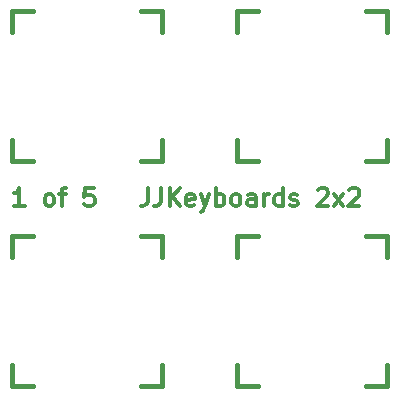
<source format=gto>
G04 #@! TF.GenerationSoftware,KiCad,Pcbnew,(5.1.5)-3*
G04 #@! TF.CreationDate,2020-07-07T23:04:53+02:00*
G04 #@! TF.ProjectId,example,6578616d-706c-4652-9e6b-696361645f70,rev?*
G04 #@! TF.SameCoordinates,Original*
G04 #@! TF.FileFunction,Legend,Top*
G04 #@! TF.FilePolarity,Positive*
%FSLAX46Y46*%
G04 Gerber Fmt 4.6, Leading zero omitted, Abs format (unit mm)*
G04 Created by KiCad (PCBNEW (5.1.5)-3) date 2020-07-07 23:04:53*
%MOMM*%
%LPD*%
G04 APERTURE LIST*
%ADD10C,0.300000*%
%ADD11C,0.381000*%
G04 APERTURE END LIST*
D10*
X144750000Y-69678571D02*
X143892857Y-69678571D01*
X144321428Y-69678571D02*
X144321428Y-68178571D01*
X144178571Y-68392857D01*
X144035714Y-68535714D01*
X143892857Y-68607142D01*
X146750000Y-69678571D02*
X146607142Y-69607142D01*
X146535714Y-69535714D01*
X146464285Y-69392857D01*
X146464285Y-68964285D01*
X146535714Y-68821428D01*
X146607142Y-68750000D01*
X146750000Y-68678571D01*
X146964285Y-68678571D01*
X147107142Y-68750000D01*
X147178571Y-68821428D01*
X147250000Y-68964285D01*
X147250000Y-69392857D01*
X147178571Y-69535714D01*
X147107142Y-69607142D01*
X146964285Y-69678571D01*
X146750000Y-69678571D01*
X147678571Y-68678571D02*
X148250000Y-68678571D01*
X147892857Y-69678571D02*
X147892857Y-68392857D01*
X147964285Y-68250000D01*
X148107142Y-68178571D01*
X148250000Y-68178571D01*
X150607142Y-68178571D02*
X149892857Y-68178571D01*
X149821428Y-68892857D01*
X149892857Y-68821428D01*
X150035714Y-68750000D01*
X150392857Y-68750000D01*
X150535714Y-68821428D01*
X150607142Y-68892857D01*
X150678571Y-69035714D01*
X150678571Y-69392857D01*
X150607142Y-69535714D01*
X150535714Y-69607142D01*
X150392857Y-69678571D01*
X150035714Y-69678571D01*
X149892857Y-69607142D01*
X149821428Y-69535714D01*
X155178571Y-68178571D02*
X155178571Y-69250000D01*
X155107142Y-69464285D01*
X154964285Y-69607142D01*
X154750000Y-69678571D01*
X154607142Y-69678571D01*
X156321428Y-68178571D02*
X156321428Y-69250000D01*
X156250000Y-69464285D01*
X156107142Y-69607142D01*
X155892857Y-69678571D01*
X155750000Y-69678571D01*
X157035714Y-69678571D02*
X157035714Y-68178571D01*
X157892857Y-69678571D02*
X157250000Y-68821428D01*
X157892857Y-68178571D02*
X157035714Y-69035714D01*
X159107142Y-69607142D02*
X158964285Y-69678571D01*
X158678571Y-69678571D01*
X158535714Y-69607142D01*
X158464285Y-69464285D01*
X158464285Y-68892857D01*
X158535714Y-68750000D01*
X158678571Y-68678571D01*
X158964285Y-68678571D01*
X159107142Y-68750000D01*
X159178571Y-68892857D01*
X159178571Y-69035714D01*
X158464285Y-69178571D01*
X159678571Y-68678571D02*
X160035714Y-69678571D01*
X160392857Y-68678571D02*
X160035714Y-69678571D01*
X159892857Y-70035714D01*
X159821428Y-70107142D01*
X159678571Y-70178571D01*
X160964285Y-69678571D02*
X160964285Y-68178571D01*
X160964285Y-68750000D02*
X161107142Y-68678571D01*
X161392857Y-68678571D01*
X161535714Y-68750000D01*
X161607142Y-68821428D01*
X161678571Y-68964285D01*
X161678571Y-69392857D01*
X161607142Y-69535714D01*
X161535714Y-69607142D01*
X161392857Y-69678571D01*
X161107142Y-69678571D01*
X160964285Y-69607142D01*
X162535714Y-69678571D02*
X162392857Y-69607142D01*
X162321428Y-69535714D01*
X162250000Y-69392857D01*
X162250000Y-68964285D01*
X162321428Y-68821428D01*
X162392857Y-68750000D01*
X162535714Y-68678571D01*
X162750000Y-68678571D01*
X162892857Y-68750000D01*
X162964285Y-68821428D01*
X163035714Y-68964285D01*
X163035714Y-69392857D01*
X162964285Y-69535714D01*
X162892857Y-69607142D01*
X162750000Y-69678571D01*
X162535714Y-69678571D01*
X164321428Y-69678571D02*
X164321428Y-68892857D01*
X164250000Y-68750000D01*
X164107142Y-68678571D01*
X163821428Y-68678571D01*
X163678571Y-68750000D01*
X164321428Y-69607142D02*
X164178571Y-69678571D01*
X163821428Y-69678571D01*
X163678571Y-69607142D01*
X163607142Y-69464285D01*
X163607142Y-69321428D01*
X163678571Y-69178571D01*
X163821428Y-69107142D01*
X164178571Y-69107142D01*
X164321428Y-69035714D01*
X165035714Y-69678571D02*
X165035714Y-68678571D01*
X165035714Y-68964285D02*
X165107142Y-68821428D01*
X165178571Y-68750000D01*
X165321428Y-68678571D01*
X165464285Y-68678571D01*
X166607142Y-69678571D02*
X166607142Y-68178571D01*
X166607142Y-69607142D02*
X166464285Y-69678571D01*
X166178571Y-69678571D01*
X166035714Y-69607142D01*
X165964285Y-69535714D01*
X165892857Y-69392857D01*
X165892857Y-68964285D01*
X165964285Y-68821428D01*
X166035714Y-68750000D01*
X166178571Y-68678571D01*
X166464285Y-68678571D01*
X166607142Y-68750000D01*
X167250000Y-69607142D02*
X167392857Y-69678571D01*
X167678571Y-69678571D01*
X167821428Y-69607142D01*
X167892857Y-69464285D01*
X167892857Y-69392857D01*
X167821428Y-69250000D01*
X167678571Y-69178571D01*
X167464285Y-69178571D01*
X167321428Y-69107142D01*
X167250000Y-68964285D01*
X167250000Y-68892857D01*
X167321428Y-68750000D01*
X167464285Y-68678571D01*
X167678571Y-68678571D01*
X167821428Y-68750000D01*
X169607142Y-68321428D02*
X169678571Y-68250000D01*
X169821428Y-68178571D01*
X170178571Y-68178571D01*
X170321428Y-68250000D01*
X170392857Y-68321428D01*
X170464285Y-68464285D01*
X170464285Y-68607142D01*
X170392857Y-68821428D01*
X169535714Y-69678571D01*
X170464285Y-69678571D01*
X170964285Y-69678571D02*
X171750000Y-68678571D01*
X170964285Y-68678571D02*
X171750000Y-69678571D01*
X172250000Y-68321428D02*
X172321428Y-68250000D01*
X172464285Y-68178571D01*
X172821428Y-68178571D01*
X172964285Y-68250000D01*
X173035714Y-68321428D01*
X173107142Y-68464285D01*
X173107142Y-68607142D01*
X173035714Y-68821428D01*
X172178571Y-69678571D01*
X173107142Y-69678571D01*
D11*
X143668750Y-54959250D02*
X143668750Y-53181250D01*
X143668750Y-65881250D02*
X143668750Y-64103250D01*
X145446750Y-65881250D02*
X143668750Y-65881250D01*
X156368750Y-65881250D02*
X154590750Y-65881250D01*
X156368750Y-64103250D02*
X156368750Y-65881250D01*
X156368750Y-53181250D02*
X156368750Y-54959250D01*
X154590750Y-53181250D02*
X156368750Y-53181250D01*
X143668750Y-53181250D02*
X145446750Y-53181250D01*
X143668750Y-74009250D02*
X143668750Y-72231250D01*
X143668750Y-84931250D02*
X143668750Y-83153250D01*
X145446750Y-84931250D02*
X143668750Y-84931250D01*
X156368750Y-84931250D02*
X154590750Y-84931250D01*
X156368750Y-83153250D02*
X156368750Y-84931250D01*
X156368750Y-72231250D02*
X156368750Y-74009250D01*
X154590750Y-72231250D02*
X156368750Y-72231250D01*
X143668750Y-72231250D02*
X145446750Y-72231250D01*
X162718750Y-53181250D02*
X164496750Y-53181250D01*
X173640750Y-53181250D02*
X175418750Y-53181250D01*
X175418750Y-53181250D02*
X175418750Y-54959250D01*
X175418750Y-64103250D02*
X175418750Y-65881250D01*
X175418750Y-65881250D02*
X173640750Y-65881250D01*
X164496750Y-65881250D02*
X162718750Y-65881250D01*
X162718750Y-65881250D02*
X162718750Y-64103250D01*
X162718750Y-54959250D02*
X162718750Y-53181250D01*
X162718750Y-72231250D02*
X164496750Y-72231250D01*
X173640750Y-72231250D02*
X175418750Y-72231250D01*
X175418750Y-72231250D02*
X175418750Y-74009250D01*
X175418750Y-83153250D02*
X175418750Y-84931250D01*
X175418750Y-84931250D02*
X173640750Y-84931250D01*
X164496750Y-84931250D02*
X162718750Y-84931250D01*
X162718750Y-84931250D02*
X162718750Y-83153250D01*
X162718750Y-74009250D02*
X162718750Y-72231250D01*
M02*

</source>
